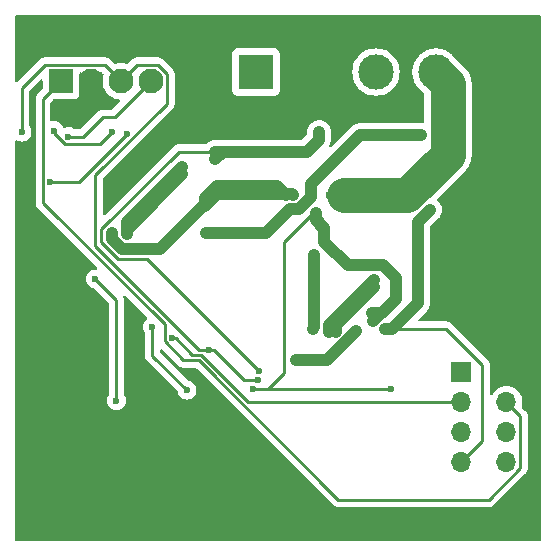
<source format=gbl>
G04 #@! TF.GenerationSoftware,KiCad,Pcbnew,7.0.9*
G04 #@! TF.CreationDate,2023-12-29T07:36:20-06:00*
G04 #@! TF.ProjectId,Sabertoothv2,53616265-7274-46f6-9f74-6876322e6b69,rev?*
G04 #@! TF.SameCoordinates,Original*
G04 #@! TF.FileFunction,Copper,L2,Bot*
G04 #@! TF.FilePolarity,Positive*
%FSLAX46Y46*%
G04 Gerber Fmt 4.6, Leading zero omitted, Abs format (unit mm)*
G04 Created by KiCad (PCBNEW 7.0.9) date 2023-12-29 07:36:20*
%MOMM*%
%LPD*%
G01*
G04 APERTURE LIST*
G04 #@! TA.AperFunction,ComponentPad*
%ADD10R,1.700000X1.700000*%
G04 #@! TD*
G04 #@! TA.AperFunction,ComponentPad*
%ADD11O,1.700000X1.700000*%
G04 #@! TD*
G04 #@! TA.AperFunction,ComponentPad*
%ADD12R,2.100000X2.100000*%
G04 #@! TD*
G04 #@! TA.AperFunction,ComponentPad*
%ADD13C,2.100000*%
G04 #@! TD*
G04 #@! TA.AperFunction,ComponentPad*
%ADD14R,3.000000X3.000000*%
G04 #@! TD*
G04 #@! TA.AperFunction,ComponentPad*
%ADD15C,3.000000*%
G04 #@! TD*
G04 #@! TA.AperFunction,ViaPad*
%ADD16C,0.600000*%
G04 #@! TD*
G04 #@! TA.AperFunction,Conductor*
%ADD17C,0.250000*%
G04 #@! TD*
G04 #@! TA.AperFunction,Conductor*
%ADD18C,1.000000*%
G04 #@! TD*
G04 #@! TA.AperFunction,Conductor*
%ADD19C,3.000000*%
G04 #@! TD*
G04 APERTURE END LIST*
D10*
X92964000Y-51064000D03*
D11*
X92964000Y-53604000D03*
X92964000Y-56144000D03*
X92964000Y-58684000D03*
D12*
X55245000Y-26416000D03*
D13*
X57785000Y-26416000D03*
X60325000Y-26416000D03*
X62865000Y-26416000D03*
D10*
X89154000Y-51054000D03*
D11*
X89154000Y-53594000D03*
X89154000Y-56134000D03*
X89154000Y-58674000D03*
D14*
X71755000Y-25654000D03*
D15*
X76835000Y-25654000D03*
X81915000Y-25654000D03*
X86995000Y-25654000D03*
D16*
X54356000Y-34925000D03*
X60833000Y-30861000D03*
X59944000Y-53467000D03*
X55880000Y-31115000D03*
X58166000Y-43180000D03*
X68199000Y-39243000D03*
X67564000Y-39243000D03*
X65913000Y-52578000D03*
X85725000Y-30988000D03*
X64643000Y-48208000D03*
X62992000Y-47244000D03*
X85090000Y-30988000D03*
X77089000Y-30734000D03*
X72009000Y-50927000D03*
X68326000Y-32385000D03*
X77089000Y-31369000D03*
X68326000Y-33020000D03*
X71501000Y-52451000D03*
X81661000Y-46736000D03*
X81602334Y-46043666D03*
X76835000Y-38207000D03*
X83185000Y-52451000D03*
X76835000Y-37592000D03*
X85979000Y-37846000D03*
X83288972Y-47394028D03*
X86487000Y-37338000D03*
X82677000Y-47417056D03*
X78500000Y-47625000D03*
X81739000Y-43256000D03*
X81739000Y-43856000D03*
X77900000Y-47625000D03*
X59563000Y-39243000D03*
X67437000Y-36322000D03*
X67437000Y-36957000D03*
X74295000Y-36068000D03*
X74930000Y-36068000D03*
X83058000Y-36068000D03*
X79883000Y-36068000D03*
X82423000Y-36068000D03*
X81153000Y-36068000D03*
X79248000Y-36068000D03*
X76573000Y-47371000D03*
X77978000Y-36068000D03*
X76708000Y-41148000D03*
X81788000Y-36068000D03*
X78613000Y-36068000D03*
X80518000Y-36068000D03*
X83693000Y-36068000D03*
X51943000Y-30734000D03*
X67818000Y-49149000D03*
X71967670Y-51725433D03*
X65532000Y-33655000D03*
X65532000Y-34290000D03*
X60833000Y-39370000D03*
X80264000Y-47585000D03*
X75184000Y-50038000D03*
X75819000Y-50038000D03*
X54664500Y-30607000D03*
X59563000Y-30734000D03*
D17*
X54356000Y-34925000D02*
X54483000Y-34925000D01*
X60833000Y-30861000D02*
X56769000Y-34925000D01*
X56769000Y-34925000D02*
X54356000Y-34925000D01*
X57150000Y-31115000D02*
X58801000Y-29464000D01*
X59817000Y-29464000D02*
X62865000Y-26416000D01*
X58166000Y-43180000D02*
X59944000Y-44958000D01*
X58801000Y-29464000D02*
X59817000Y-29464000D01*
X59944000Y-44958000D02*
X59944000Y-53467000D01*
X55880000Y-31115000D02*
X57150000Y-31115000D01*
X62992000Y-49657000D02*
X65913000Y-52578000D01*
X64970604Y-48208000D02*
X66361604Y-49599000D01*
X67125000Y-49599000D02*
X71120000Y-53594000D01*
D18*
X75427056Y-37268000D02*
X74619000Y-37268000D01*
X74619000Y-37268000D02*
X72644000Y-39243000D01*
X80581730Y-30988000D02*
X76444635Y-35125095D01*
X72644000Y-39243000D02*
X68199000Y-39243000D01*
D17*
X66361604Y-49599000D02*
X67125000Y-49599000D01*
X71120000Y-53594000D02*
X89154000Y-53594000D01*
D18*
X68199000Y-39243000D02*
X67564000Y-39243000D01*
X85725000Y-30988000D02*
X80581730Y-30988000D01*
D17*
X64643000Y-48208000D02*
X64970604Y-48208000D01*
D18*
X76444635Y-35125095D02*
X76444635Y-36250421D01*
X76444635Y-36250421D02*
X75427056Y-37268000D01*
D17*
X62992000Y-47244000D02*
X62992000Y-49657000D01*
D18*
X68961000Y-32385000D02*
X68326000Y-32385000D01*
X77089000Y-31369000D02*
X77089000Y-30734000D01*
D17*
X62547000Y-41465000D02*
X60064218Y-41465000D01*
D18*
X68326000Y-33020000D02*
X68961000Y-32385000D01*
X68961000Y-32385000D02*
X76073000Y-32385000D01*
D17*
X72009000Y-50927000D02*
X62547000Y-41465000D01*
D18*
X76073000Y-32385000D02*
X77089000Y-31369000D01*
D17*
X58674000Y-40074782D02*
X58674000Y-38965274D01*
X60064218Y-41465000D02*
X58674000Y-40074782D01*
X58674000Y-38965274D02*
X65254274Y-32385000D01*
X65254274Y-32385000D02*
X68326000Y-32385000D01*
D18*
X77363000Y-38735000D02*
X77450000Y-38735000D01*
X82907972Y-45569972D02*
X82492944Y-45985000D01*
D17*
X74105000Y-51117000D02*
X72771000Y-52451000D01*
X74105000Y-40068000D02*
X74105000Y-51117000D01*
D18*
X77540000Y-38825000D02*
X77540000Y-40011270D01*
X82434278Y-46043666D02*
X82907972Y-45569972D01*
D17*
X71501000Y-52451000D02*
X83185000Y-52451000D01*
D18*
X83636000Y-44841944D02*
X82907972Y-45569972D01*
X83636000Y-43123000D02*
X83636000Y-44841944D01*
X76835000Y-38120000D02*
X76835000Y-38120000D01*
X76835000Y-38207000D02*
X77363000Y-38735000D01*
D17*
X72771000Y-52451000D02*
X71501000Y-52451000D01*
X76835000Y-37592000D02*
X76581000Y-37592000D01*
D18*
X79513730Y-41985000D02*
X82498000Y-41985000D01*
X81661000Y-46736000D02*
X82412000Y-45985000D01*
X77450000Y-38735000D02*
X76835000Y-38120000D01*
X82412000Y-45985000D02*
X82492944Y-45985000D01*
X82498000Y-41985000D02*
X83636000Y-43123000D01*
X76835000Y-38120000D02*
X76835000Y-37592000D01*
D17*
X76581000Y-37592000D02*
X74105000Y-40068000D01*
D18*
X77540000Y-40011270D02*
X79513730Y-41985000D01*
X81602334Y-46043666D02*
X82434278Y-46043666D01*
X77450000Y-38735000D02*
X77540000Y-38825000D01*
D17*
X90932000Y-56896000D02*
X89154000Y-58674000D01*
D18*
X82677000Y-47417056D02*
X83265944Y-47417056D01*
D17*
X87844028Y-47394028D02*
X90932000Y-50482000D01*
D18*
X83265944Y-47417056D02*
X83288972Y-47394028D01*
X85979000Y-37846000D02*
X86487000Y-37338000D01*
D17*
X90932000Y-50482000D02*
X90932000Y-56896000D01*
D18*
X85471000Y-38354000D02*
X85979000Y-37846000D01*
X83288972Y-47394028D02*
X85471000Y-45212000D01*
D17*
X83288972Y-47394028D02*
X87844028Y-47394028D01*
D18*
X85471000Y-45212000D02*
X85471000Y-38354000D01*
X77900000Y-47095000D02*
X81739000Y-43256000D01*
X81739000Y-43856000D02*
X78500000Y-47095000D01*
X78500000Y-47095000D02*
X78500000Y-47625000D01*
X77900000Y-47625000D02*
X77900000Y-47095000D01*
X67437000Y-36830000D02*
X67437000Y-36830000D01*
X59563000Y-39797056D02*
X60405944Y-40640000D01*
X63627000Y-40640000D02*
X67310000Y-36957000D01*
X59563000Y-39243000D02*
X59563000Y-39797056D01*
X67437000Y-36957000D02*
X68453000Y-35941000D01*
X67310000Y-36957000D02*
X67437000Y-36957000D01*
X67437000Y-36322000D02*
X68453000Y-35306000D01*
X67437000Y-36957000D02*
X67437000Y-36322000D01*
X60405944Y-40640000D02*
X63627000Y-40640000D01*
X68453000Y-35941000D02*
X74803000Y-35941000D01*
X74803000Y-35941000D02*
X74930000Y-36068000D01*
X68453000Y-35306000D02*
X73533000Y-35306000D01*
X67437000Y-36322000D02*
X67437000Y-36830000D01*
X73533000Y-35306000D02*
X74295000Y-36068000D01*
X76700000Y-41156000D02*
X76708000Y-41148000D01*
D19*
X88011000Y-32639000D02*
X84582000Y-36068000D01*
X83693000Y-36068000D02*
X79248000Y-36068000D01*
X84582000Y-36068000D02*
X83693000Y-36068000D01*
D18*
X76573000Y-47371000D02*
X76700000Y-47244000D01*
X76700000Y-47244000D02*
X76700000Y-41156000D01*
D19*
X86995000Y-25654000D02*
X88011000Y-26670000D01*
X88011000Y-26670000D02*
X88011000Y-32639000D01*
D17*
X64018000Y-47000000D02*
X53721000Y-36703000D01*
X78738604Y-61849000D02*
X66938604Y-50049000D01*
X64018000Y-48466884D02*
X64018000Y-47000000D01*
X65600116Y-50049000D02*
X64018000Y-48466884D01*
X91460701Y-61849000D02*
X78738604Y-61849000D01*
X53721000Y-27940000D02*
X55245000Y-26416000D01*
X94139000Y-54779000D02*
X94139000Y-59170701D01*
X53721000Y-36703000D02*
X53721000Y-27940000D01*
X92964000Y-53604000D02*
X94139000Y-54779000D01*
X66938604Y-50049000D02*
X65600116Y-50049000D01*
X94139000Y-59170701D02*
X91460701Y-61849000D01*
X53870000Y-25041000D02*
X58950000Y-25041000D01*
X63434544Y-25041000D02*
X61700000Y-25041000D01*
X51943000Y-30734000D02*
X51943000Y-26968000D01*
X61700000Y-25041000D02*
X60325000Y-26416000D01*
X58166000Y-34411884D02*
X64240000Y-28337884D01*
X66929000Y-49149000D02*
X58166000Y-40386000D01*
X67818000Y-49149000D02*
X66929000Y-49149000D01*
X58166000Y-40386000D02*
X58166000Y-34411884D01*
X67818000Y-49149000D02*
X67945000Y-49149000D01*
X68199000Y-49149000D02*
X67818000Y-49149000D01*
X71967670Y-51725433D02*
X70775433Y-51725433D01*
X70775433Y-51725433D02*
X68199000Y-49149000D01*
X58950000Y-25041000D02*
X60325000Y-26416000D01*
X64240000Y-25846456D02*
X63434544Y-25041000D01*
X51943000Y-26968000D02*
X53870000Y-25041000D01*
X64240000Y-28337884D02*
X64240000Y-25846456D01*
D18*
X60833000Y-38989000D02*
X65532000Y-34290000D01*
X60833000Y-38354000D02*
X65532000Y-33655000D01*
X60833000Y-39370000D02*
X60833000Y-38354000D01*
X60833000Y-39370000D02*
X60833000Y-38989000D01*
X80264000Y-47585000D02*
X80237056Y-47585000D01*
X77784056Y-50038000D02*
X75819000Y-50038000D01*
X75819000Y-50038000D02*
X75184000Y-50038000D01*
X80237056Y-47585000D02*
X77784056Y-50038000D01*
D17*
X55621116Y-31740000D02*
X58557000Y-31740000D01*
X58557000Y-31740000D02*
X59563000Y-30734000D01*
X54664500Y-30607000D02*
X54664500Y-30783384D01*
X54664500Y-30783384D02*
X55621116Y-31740000D01*
G04 #@! TA.AperFunction,Conductor*
G36*
X95835539Y-20840185D02*
G01*
X95881294Y-20892989D01*
X95892500Y-20944500D01*
X95892500Y-65259054D01*
X95872815Y-65326093D01*
X95820011Y-65371848D01*
X95768500Y-65383054D01*
X51453946Y-65383054D01*
X51386907Y-65363369D01*
X51341152Y-65310565D01*
X51329946Y-65259054D01*
X51329946Y-31518562D01*
X51349631Y-31451523D01*
X51402435Y-31405768D01*
X51471593Y-31395824D01*
X51519917Y-31413567D01*
X51593478Y-31459789D01*
X51743146Y-31512160D01*
X51763745Y-31519368D01*
X51763750Y-31519369D01*
X51942996Y-31539565D01*
X51943000Y-31539565D01*
X51943004Y-31539565D01*
X52122249Y-31519369D01*
X52122252Y-31519368D01*
X52122255Y-31519368D01*
X52292522Y-31459789D01*
X52445262Y-31363816D01*
X52572816Y-31236262D01*
X52668789Y-31083522D01*
X52728368Y-30913255D01*
X52748565Y-30734000D01*
X52738530Y-30644940D01*
X52728369Y-30554750D01*
X52728368Y-30554745D01*
X52704546Y-30486666D01*
X52668789Y-30384478D01*
X52664460Y-30377589D01*
X52587506Y-30255117D01*
X52568500Y-30189145D01*
X52568500Y-27278451D01*
X52588185Y-27211412D01*
X52604814Y-27190774D01*
X53482819Y-26312769D01*
X53544142Y-26279285D01*
X53613834Y-26284269D01*
X53669767Y-26326141D01*
X53694184Y-26391605D01*
X53694500Y-26400451D01*
X53694500Y-27030546D01*
X53674815Y-27097585D01*
X53658181Y-27118227D01*
X53337208Y-27439199D01*
X53324951Y-27449020D01*
X53325134Y-27449241D01*
X53319123Y-27454213D01*
X53271772Y-27504636D01*
X53250889Y-27525519D01*
X53250877Y-27525532D01*
X53246621Y-27531017D01*
X53242837Y-27535447D01*
X53210937Y-27569418D01*
X53210936Y-27569420D01*
X53201284Y-27586976D01*
X53190610Y-27603226D01*
X53178329Y-27619061D01*
X53178324Y-27619068D01*
X53159815Y-27661838D01*
X53157245Y-27667084D01*
X53134803Y-27707906D01*
X53129822Y-27727307D01*
X53123521Y-27745710D01*
X53115562Y-27764102D01*
X53115561Y-27764105D01*
X53108271Y-27810127D01*
X53107087Y-27815846D01*
X53095501Y-27860972D01*
X53095500Y-27860982D01*
X53095500Y-27881016D01*
X53093973Y-27900415D01*
X53090840Y-27920194D01*
X53090840Y-27920195D01*
X53095225Y-27966583D01*
X53095500Y-27972421D01*
X53095500Y-36620255D01*
X53093775Y-36635872D01*
X53094061Y-36635899D01*
X53093326Y-36643665D01*
X53095500Y-36712814D01*
X53095500Y-36742343D01*
X53095501Y-36742360D01*
X53096368Y-36749231D01*
X53096826Y-36755050D01*
X53098290Y-36801624D01*
X53098291Y-36801627D01*
X53103880Y-36820867D01*
X53107824Y-36839911D01*
X53110336Y-36859791D01*
X53127490Y-36903119D01*
X53129382Y-36908647D01*
X53142381Y-36953388D01*
X53152580Y-36970634D01*
X53161138Y-36988103D01*
X53168514Y-37006732D01*
X53195898Y-37044423D01*
X53199106Y-37049307D01*
X53222827Y-37089416D01*
X53222833Y-37089424D01*
X53236990Y-37103580D01*
X53249628Y-37118376D01*
X53261405Y-37134586D01*
X53261406Y-37134587D01*
X53297309Y-37164288D01*
X53301620Y-37168210D01*
X54554798Y-38421388D01*
X58300673Y-42167264D01*
X58334158Y-42228587D01*
X58329174Y-42298279D01*
X58287302Y-42354212D01*
X58221838Y-42378629D01*
X58199109Y-42378165D01*
X58166004Y-42374435D01*
X58165996Y-42374435D01*
X57986750Y-42394630D01*
X57986745Y-42394631D01*
X57816476Y-42454211D01*
X57663737Y-42550184D01*
X57536184Y-42677737D01*
X57440211Y-42830476D01*
X57380631Y-43000745D01*
X57380630Y-43000750D01*
X57360435Y-43179996D01*
X57360435Y-43180003D01*
X57380630Y-43359249D01*
X57380631Y-43359254D01*
X57440211Y-43529523D01*
X57536184Y-43682262D01*
X57663738Y-43809816D01*
X57816478Y-43905789D01*
X57986745Y-43965368D01*
X58033823Y-43970672D01*
X58098236Y-43997737D01*
X58107621Y-44006211D01*
X59282181Y-45180771D01*
X59315666Y-45242094D01*
X59318500Y-45268452D01*
X59318500Y-52922145D01*
X59299494Y-52988117D01*
X59218211Y-53117476D01*
X59158631Y-53287745D01*
X59158630Y-53287750D01*
X59138435Y-53466996D01*
X59138435Y-53467003D01*
X59158630Y-53646249D01*
X59158631Y-53646254D01*
X59218211Y-53816523D01*
X59295717Y-53939872D01*
X59314184Y-53969262D01*
X59441738Y-54096816D01*
X59594478Y-54192789D01*
X59727070Y-54239185D01*
X59764745Y-54252368D01*
X59764750Y-54252369D01*
X59943996Y-54272565D01*
X59944000Y-54272565D01*
X59944004Y-54272565D01*
X60123249Y-54252369D01*
X60123252Y-54252368D01*
X60123255Y-54252368D01*
X60293522Y-54192789D01*
X60446262Y-54096816D01*
X60573816Y-53969262D01*
X60669789Y-53816522D01*
X60729368Y-53646255D01*
X60749565Y-53467000D01*
X60740164Y-53383565D01*
X60729369Y-53287750D01*
X60729368Y-53287745D01*
X60669789Y-53117478D01*
X60588505Y-52988116D01*
X60569500Y-52922145D01*
X60569500Y-45040742D01*
X60571224Y-45025122D01*
X60570939Y-45025095D01*
X60571673Y-45017333D01*
X60569500Y-44948172D01*
X60569500Y-44918656D01*
X60569500Y-44918650D01*
X60568631Y-44911779D01*
X60568173Y-44905952D01*
X60566710Y-44859373D01*
X60561119Y-44840130D01*
X60557173Y-44821078D01*
X60554664Y-44801208D01*
X60537501Y-44757861D01*
X60535620Y-44752366D01*
X60526971Y-44722593D01*
X60527170Y-44652726D01*
X60565112Y-44594056D01*
X60628751Y-44565212D01*
X60697880Y-44575353D01*
X60733728Y-44600319D01*
X62538143Y-46404734D01*
X62571628Y-46466057D01*
X62566644Y-46535749D01*
X62524772Y-46591682D01*
X62516436Y-46597407D01*
X62489742Y-46614180D01*
X62489737Y-46614184D01*
X62362184Y-46741737D01*
X62266211Y-46894476D01*
X62206631Y-47064745D01*
X62206630Y-47064750D01*
X62186435Y-47243996D01*
X62186435Y-47244003D01*
X62206630Y-47423249D01*
X62206631Y-47423254D01*
X62266211Y-47593524D01*
X62347493Y-47722881D01*
X62366500Y-47788854D01*
X62366500Y-49574255D01*
X62364775Y-49589872D01*
X62365061Y-49589899D01*
X62364326Y-49597665D01*
X62366500Y-49666814D01*
X62366500Y-49696343D01*
X62366501Y-49696360D01*
X62367368Y-49703231D01*
X62367826Y-49709050D01*
X62369290Y-49755624D01*
X62369291Y-49755627D01*
X62374880Y-49774867D01*
X62378824Y-49793911D01*
X62381336Y-49813792D01*
X62394268Y-49846455D01*
X62398490Y-49857119D01*
X62400382Y-49862647D01*
X62413381Y-49907388D01*
X62423580Y-49924634D01*
X62432138Y-49942103D01*
X62439514Y-49960732D01*
X62466898Y-49998423D01*
X62470106Y-50003307D01*
X62493827Y-50043416D01*
X62493833Y-50043424D01*
X62507990Y-50057580D01*
X62520627Y-50072375D01*
X62532406Y-50088587D01*
X62557394Y-50109259D01*
X62568309Y-50118288D01*
X62572620Y-50122210D01*
X64461892Y-52011483D01*
X65086787Y-52636378D01*
X65120272Y-52697701D01*
X65122326Y-52710174D01*
X65127630Y-52757249D01*
X65187210Y-52927521D01*
X65283184Y-53080262D01*
X65410738Y-53207816D01*
X65563478Y-53303789D01*
X65733745Y-53363368D01*
X65733750Y-53363369D01*
X65912996Y-53383565D01*
X65913000Y-53383565D01*
X65913004Y-53383565D01*
X66092249Y-53363369D01*
X66092252Y-53363368D01*
X66092255Y-53363368D01*
X66262522Y-53303789D01*
X66415262Y-53207816D01*
X66542816Y-53080262D01*
X66638789Y-52927522D01*
X66698368Y-52757255D01*
X66701146Y-52732599D01*
X66718565Y-52578003D01*
X66718565Y-52577996D01*
X66698369Y-52398750D01*
X66698368Y-52398745D01*
X66697691Y-52396810D01*
X66638789Y-52228478D01*
X66542816Y-52075738D01*
X66415262Y-51948184D01*
X66262521Y-51852210D01*
X66092249Y-51792630D01*
X66045173Y-51787326D01*
X65980759Y-51760259D01*
X65971377Y-51751787D01*
X63653819Y-49434228D01*
X63620334Y-49372905D01*
X63617500Y-49346547D01*
X63617500Y-49250336D01*
X63637185Y-49183297D01*
X63689989Y-49137542D01*
X63759147Y-49127598D01*
X63822703Y-49156623D01*
X63829178Y-49162653D01*
X64480316Y-49813791D01*
X65099313Y-50432788D01*
X65109138Y-50445051D01*
X65109359Y-50444869D01*
X65114330Y-50450878D01*
X65137020Y-50472185D01*
X65164751Y-50498226D01*
X65185645Y-50519120D01*
X65191127Y-50523373D01*
X65195559Y-50527157D01*
X65229534Y-50559062D01*
X65247092Y-50568714D01*
X65263349Y-50579393D01*
X65279180Y-50591673D01*
X65298853Y-50600186D01*
X65321949Y-50610182D01*
X65327193Y-50612750D01*
X65368024Y-50635197D01*
X65380639Y-50638435D01*
X65387421Y-50640177D01*
X65405835Y-50646481D01*
X65424220Y-50654438D01*
X65470273Y-50661732D01*
X65475942Y-50662906D01*
X65521097Y-50674500D01*
X65541132Y-50674500D01*
X65560529Y-50676026D01*
X65580312Y-50679160D01*
X65626700Y-50674775D01*
X65632538Y-50674500D01*
X66628152Y-50674500D01*
X66695191Y-50694185D01*
X66715833Y-50710819D01*
X78237801Y-62232788D01*
X78247626Y-62245051D01*
X78247847Y-62244869D01*
X78252818Y-62250878D01*
X78273647Y-62270437D01*
X78303239Y-62298226D01*
X78324133Y-62319120D01*
X78329615Y-62323373D01*
X78334047Y-62327157D01*
X78368022Y-62359062D01*
X78385580Y-62368714D01*
X78401837Y-62379393D01*
X78417668Y-62391673D01*
X78437341Y-62400186D01*
X78460437Y-62410182D01*
X78465681Y-62412750D01*
X78506512Y-62435197D01*
X78519127Y-62438435D01*
X78525909Y-62440177D01*
X78544323Y-62446481D01*
X78562708Y-62454438D01*
X78608761Y-62461732D01*
X78614430Y-62462906D01*
X78659585Y-62474500D01*
X78679620Y-62474500D01*
X78699017Y-62476026D01*
X78718800Y-62479160D01*
X78765188Y-62474775D01*
X78771026Y-62474500D01*
X91377958Y-62474500D01*
X91393578Y-62476224D01*
X91393605Y-62475939D01*
X91401361Y-62476671D01*
X91401368Y-62476673D01*
X91470515Y-62474500D01*
X91500051Y-62474500D01*
X91506929Y-62473630D01*
X91512742Y-62473172D01*
X91559328Y-62471709D01*
X91578570Y-62466117D01*
X91597613Y-62462174D01*
X91617493Y-62459664D01*
X91660823Y-62442507D01*
X91666347Y-62440617D01*
X91670097Y-62439527D01*
X91711091Y-62427618D01*
X91728330Y-62417422D01*
X91745804Y-62408862D01*
X91764428Y-62401488D01*
X91764428Y-62401487D01*
X91764433Y-62401486D01*
X91802150Y-62374082D01*
X91807006Y-62370892D01*
X91847121Y-62347170D01*
X91861290Y-62332999D01*
X91876080Y-62320368D01*
X91892288Y-62308594D01*
X91922000Y-62272676D01*
X91925913Y-62268376D01*
X94522786Y-59671503D01*
X94535048Y-59661681D01*
X94534865Y-59661460D01*
X94540867Y-59656493D01*
X94540877Y-59656487D01*
X94588241Y-59606049D01*
X94609120Y-59585171D01*
X94613373Y-59579687D01*
X94617150Y-59575264D01*
X94649062Y-59541283D01*
X94658714Y-59523724D01*
X94669389Y-59507473D01*
X94681674Y-59491637D01*
X94700186Y-59448853D01*
X94702742Y-59443636D01*
X94725197Y-59402793D01*
X94730180Y-59383381D01*
X94736477Y-59364992D01*
X94744438Y-59346596D01*
X94751729Y-59300554D01*
X94752908Y-59294863D01*
X94764500Y-59249720D01*
X94764500Y-59229684D01*
X94766027Y-59210283D01*
X94769160Y-59190505D01*
X94764775Y-59144116D01*
X94764500Y-59138278D01*
X94764500Y-54861742D01*
X94766224Y-54846122D01*
X94765939Y-54846096D01*
X94766671Y-54838340D01*
X94766673Y-54838333D01*
X94764500Y-54769185D01*
X94764500Y-54739650D01*
X94763631Y-54732772D01*
X94763172Y-54726943D01*
X94761709Y-54680372D01*
X94756122Y-54661144D01*
X94752174Y-54642084D01*
X94752152Y-54641912D01*
X94749664Y-54622208D01*
X94749663Y-54622206D01*
X94749663Y-54622204D01*
X94732512Y-54578887D01*
X94730619Y-54573358D01*
X94717618Y-54528609D01*
X94717616Y-54528606D01*
X94707423Y-54511371D01*
X94698861Y-54493894D01*
X94691487Y-54475270D01*
X94691486Y-54475268D01*
X94664079Y-54437545D01*
X94660888Y-54432686D01*
X94637172Y-54392583D01*
X94637165Y-54392574D01*
X94623006Y-54378415D01*
X94610368Y-54363619D01*
X94598594Y-54347413D01*
X94562688Y-54317709D01*
X94558376Y-54313786D01*
X94304237Y-54059647D01*
X94270752Y-53998324D01*
X94272143Y-53939872D01*
X94299063Y-53839408D01*
X94319659Y-53604000D01*
X94299063Y-53368592D01*
X94237903Y-53140337D01*
X94138035Y-52926171D01*
X94130650Y-52915623D01*
X94002494Y-52732597D01*
X93835402Y-52565506D01*
X93835395Y-52565501D01*
X93821119Y-52555505D01*
X93747770Y-52504145D01*
X93641834Y-52429967D01*
X93641830Y-52429965D01*
X93574889Y-52398750D01*
X93427663Y-52330097D01*
X93427659Y-52330096D01*
X93427655Y-52330094D01*
X93199413Y-52268938D01*
X93199403Y-52268936D01*
X92964001Y-52248341D01*
X92963999Y-52248341D01*
X92728596Y-52268936D01*
X92728586Y-52268938D01*
X92500344Y-52330094D01*
X92500335Y-52330098D01*
X92286171Y-52429964D01*
X92286169Y-52429965D01*
X92092597Y-52565505D01*
X91925505Y-52732597D01*
X91789966Y-52926169D01*
X91788884Y-52928043D01*
X91788191Y-52928702D01*
X91786860Y-52930605D01*
X91786477Y-52930337D01*
X91738314Y-52976256D01*
X91669706Y-52989475D01*
X91604843Y-52963503D01*
X91564318Y-52906587D01*
X91557500Y-52866037D01*
X91557500Y-51135889D01*
X92464000Y-51135889D01*
X92504507Y-51273844D01*
X92582239Y-51394798D01*
X92690900Y-51488952D01*
X92821685Y-51548680D01*
X92928237Y-51564000D01*
X92999763Y-51564000D01*
X93106315Y-51548680D01*
X93237100Y-51488952D01*
X93345761Y-51394798D01*
X93423493Y-51273844D01*
X93464000Y-51135889D01*
X93464000Y-50992111D01*
X93423493Y-50854156D01*
X93345761Y-50733202D01*
X93237100Y-50639048D01*
X93106315Y-50579320D01*
X92999763Y-50564000D01*
X92928237Y-50564000D01*
X92821685Y-50579320D01*
X92690900Y-50639048D01*
X92582239Y-50733202D01*
X92504507Y-50854156D01*
X92464000Y-50992111D01*
X92464000Y-51135889D01*
X91557500Y-51135889D01*
X91557500Y-50564742D01*
X91559224Y-50549122D01*
X91558939Y-50549096D01*
X91559671Y-50541340D01*
X91559673Y-50541333D01*
X91557500Y-50472185D01*
X91557500Y-50442650D01*
X91556631Y-50435772D01*
X91556172Y-50429943D01*
X91556008Y-50424738D01*
X91554709Y-50383373D01*
X91549122Y-50364144D01*
X91545174Y-50345084D01*
X91542663Y-50325204D01*
X91525512Y-50281887D01*
X91523619Y-50276358D01*
X91510618Y-50231609D01*
X91510616Y-50231606D01*
X91500423Y-50214371D01*
X91491861Y-50196894D01*
X91484487Y-50178270D01*
X91484486Y-50178268D01*
X91457079Y-50140545D01*
X91453888Y-50135686D01*
X91451394Y-50131469D01*
X91437975Y-50108777D01*
X91430172Y-50095583D01*
X91430165Y-50095574D01*
X91416006Y-50081415D01*
X91403368Y-50066619D01*
X91396801Y-50057580D01*
X91391594Y-50050413D01*
X91355688Y-50020709D01*
X91351376Y-50016786D01*
X88344831Y-47010240D01*
X88335008Y-46997978D01*
X88334787Y-46998162D01*
X88329814Y-46992151D01*
X88279392Y-46944801D01*
X88268947Y-46934356D01*
X88258503Y-46923911D01*
X88253014Y-46919653D01*
X88248589Y-46915875D01*
X88214610Y-46883966D01*
X88214608Y-46883964D01*
X88214605Y-46883963D01*
X88197057Y-46874316D01*
X88180791Y-46863632D01*
X88164961Y-46851353D01*
X88122196Y-46832846D01*
X88116950Y-46830276D01*
X88076121Y-46807831D01*
X88076120Y-46807830D01*
X88056721Y-46802850D01*
X88038309Y-46796546D01*
X88019926Y-46788590D01*
X88019920Y-46788588D01*
X87973902Y-46781300D01*
X87968180Y-46780115D01*
X87923049Y-46768528D01*
X87923047Y-46768528D01*
X87903012Y-46768528D01*
X87883614Y-46767001D01*
X87876190Y-46765825D01*
X87863833Y-46763868D01*
X87863832Y-46763868D01*
X87817444Y-46768253D01*
X87811606Y-46768528D01*
X85628755Y-46768528D01*
X85561716Y-46748843D01*
X85515961Y-46696039D01*
X85506017Y-46626881D01*
X85535042Y-46563325D01*
X85541074Y-46556847D01*
X86169487Y-45928433D01*
X86234050Y-45867062D01*
X86234050Y-45867061D01*
X86234053Y-45867059D01*
X86269112Y-45816686D01*
X86271925Y-45812957D01*
X86310698Y-45765407D01*
X86326607Y-45734948D01*
X86330667Y-45728248D01*
X86350295Y-45700049D01*
X86374492Y-45643660D01*
X86376498Y-45639435D01*
X86404909Y-45585049D01*
X86414360Y-45552015D01*
X86416991Y-45544628D01*
X86430540Y-45513058D01*
X86442893Y-45452940D01*
X86444006Y-45448412D01*
X86460887Y-45389418D01*
X86463495Y-45355155D01*
X86464587Y-45347376D01*
X86471500Y-45313739D01*
X86471500Y-45252401D01*
X86471679Y-45247692D01*
X86476337Y-45186525D01*
X86471997Y-45152441D01*
X86471500Y-45144602D01*
X86471500Y-38819783D01*
X86491185Y-38752744D01*
X86507819Y-38732102D01*
X86860447Y-38379474D01*
X87230340Y-38009581D01*
X87326697Y-37891408D01*
X87420909Y-37711049D01*
X87476886Y-37515418D01*
X87492336Y-37312524D01*
X87466630Y-37110673D01*
X87400816Y-36918128D01*
X87366475Y-36859792D01*
X87297593Y-36742778D01*
X87297592Y-36742777D01*
X87297590Y-36742773D01*
X87161179Y-36591787D01*
X87161178Y-36591786D01*
X87161176Y-36591784D01*
X87119711Y-36561335D01*
X87077327Y-36505789D01*
X87071701Y-36436147D01*
X87104621Y-36374518D01*
X87105304Y-36373828D01*
X89476088Y-34003046D01*
X89526739Y-33952395D01*
X89568347Y-33896811D01*
X89571111Y-33893382D01*
X89616573Y-33840918D01*
X89654119Y-33782492D01*
X89656625Y-33778886D01*
X89698226Y-33723315D01*
X89731494Y-33662387D01*
X89733746Y-33658593D01*
X89771282Y-33600187D01*
X89800120Y-33537040D01*
X89802102Y-33533080D01*
X89832716Y-33477015D01*
X89835367Y-33472161D01*
X89859632Y-33407099D01*
X89861310Y-33403049D01*
X89890156Y-33339889D01*
X89909716Y-33273269D01*
X89911100Y-33269111D01*
X89935369Y-33204046D01*
X89950129Y-33136193D01*
X89951215Y-33131936D01*
X89970775Y-33065323D01*
X89980655Y-32996606D01*
X89981433Y-32992288D01*
X89996196Y-32924428D01*
X90001148Y-32855175D01*
X90001617Y-32850808D01*
X90011500Y-32782079D01*
X90011500Y-32495921D01*
X90011500Y-26598552D01*
X90011500Y-26526921D01*
X90001618Y-26458197D01*
X90001148Y-26453821D01*
X89996196Y-26384572D01*
X89981438Y-26316733D01*
X89980653Y-26312389D01*
X89970775Y-26243678D01*
X89951219Y-26177078D01*
X89950127Y-26172799D01*
X89945430Y-26151205D01*
X89935369Y-26104954D01*
X89911099Y-26039884D01*
X89909713Y-26035718D01*
X89890156Y-25969112D01*
X89877615Y-25941651D01*
X89861321Y-25905970D01*
X89859627Y-25901881D01*
X89835370Y-25836846D01*
X89835369Y-25836844D01*
X89835368Y-25836843D01*
X89835367Y-25836839D01*
X89802092Y-25775901D01*
X89800119Y-25771959D01*
X89771284Y-25708818D01*
X89771281Y-25708812D01*
X89758972Y-25689660D01*
X89733737Y-25650394D01*
X89731509Y-25646638D01*
X89698226Y-25585685D01*
X89656613Y-25530096D01*
X89654116Y-25526500D01*
X89616574Y-25468083D01*
X89571106Y-25415611D01*
X89568337Y-25412173D01*
X89546725Y-25383303D01*
X89526739Y-25356605D01*
X89526734Y-25356600D01*
X89526729Y-25356594D01*
X89324395Y-25154261D01*
X88862943Y-24692809D01*
X88359046Y-24188912D01*
X88333724Y-24163590D01*
X88308404Y-24138269D01*
X88308393Y-24138259D01*
X88252825Y-24096661D01*
X88249378Y-24093884D01*
X88196923Y-24048430D01*
X88196918Y-24048427D01*
X88196917Y-24048426D01*
X88138499Y-24010883D01*
X88134875Y-24008366D01*
X88079315Y-23966774D01*
X88079310Y-23966771D01*
X88079309Y-23966770D01*
X88018396Y-23933509D01*
X88014589Y-23931250D01*
X87956192Y-23893720D01*
X87956182Y-23893715D01*
X87918929Y-23876703D01*
X87893034Y-23864877D01*
X87889104Y-23862910D01*
X87828161Y-23829633D01*
X87828150Y-23829629D01*
X87763117Y-23805372D01*
X87759029Y-23803678D01*
X87695891Y-23774845D01*
X87695877Y-23774841D01*
X87675093Y-23768738D01*
X87629292Y-23755289D01*
X87625092Y-23753891D01*
X87560047Y-23729631D01*
X87560050Y-23729631D01*
X87492205Y-23714873D01*
X87487915Y-23713778D01*
X87421331Y-23694227D01*
X87421318Y-23694224D01*
X87352616Y-23684346D01*
X87348272Y-23683562D01*
X87319415Y-23677285D01*
X87280431Y-23668804D01*
X87211184Y-23663850D01*
X87206784Y-23663377D01*
X87138082Y-23653500D01*
X87138079Y-23653500D01*
X87068662Y-23653500D01*
X87064239Y-23653342D01*
X87032535Y-23651074D01*
X86995001Y-23648390D01*
X86994999Y-23648390D01*
X86957464Y-23651074D01*
X86925760Y-23653342D01*
X86921338Y-23653500D01*
X86851915Y-23653500D01*
X86783213Y-23663377D01*
X86778815Y-23663850D01*
X86709574Y-23668803D01*
X86709570Y-23668804D01*
X86641740Y-23683559D01*
X86637386Y-23684344D01*
X86568683Y-23694224D01*
X86568674Y-23694226D01*
X86502086Y-23713777D01*
X86497798Y-23714871D01*
X86429952Y-23729631D01*
X86429947Y-23729632D01*
X86364914Y-23753888D01*
X86360715Y-23755286D01*
X86294119Y-23774841D01*
X86294115Y-23774842D01*
X86230967Y-23803680D01*
X86226879Y-23805373D01*
X86161846Y-23829629D01*
X86161836Y-23829634D01*
X86100911Y-23862901D01*
X86096953Y-23864882D01*
X86033809Y-23893720D01*
X85975410Y-23931250D01*
X85971605Y-23933507D01*
X85920317Y-23961514D01*
X85910691Y-23966771D01*
X85910680Y-23966777D01*
X85855113Y-24008373D01*
X85851478Y-24010897D01*
X85793083Y-24048425D01*
X85740620Y-24093884D01*
X85737174Y-24096661D01*
X85681609Y-24138257D01*
X85681594Y-24138270D01*
X85632518Y-24187347D01*
X85629278Y-24190364D01*
X85576822Y-24235817D01*
X85531359Y-24288282D01*
X85528344Y-24291520D01*
X85479262Y-24340604D01*
X85479254Y-24340613D01*
X85437661Y-24396174D01*
X85434884Y-24399620D01*
X85389425Y-24452083D01*
X85351897Y-24510478D01*
X85349373Y-24514113D01*
X85307777Y-24569680D01*
X85307776Y-24569682D01*
X85307774Y-24569685D01*
X85307120Y-24570883D01*
X85274507Y-24630605D01*
X85272250Y-24634410D01*
X85234720Y-24692809D01*
X85205882Y-24755953D01*
X85203901Y-24759911D01*
X85170634Y-24820836D01*
X85170629Y-24820846D01*
X85146373Y-24885879D01*
X85144680Y-24889967D01*
X85115842Y-24953115D01*
X85115841Y-24953119D01*
X85096286Y-25019715D01*
X85094888Y-25023914D01*
X85070632Y-25088947D01*
X85070631Y-25088952D01*
X85055871Y-25156798D01*
X85054777Y-25161086D01*
X85035226Y-25227674D01*
X85035224Y-25227683D01*
X85025344Y-25296386D01*
X85024559Y-25300740D01*
X85009804Y-25368570D01*
X85009803Y-25368574D01*
X85004850Y-25437815D01*
X85004377Y-25442213D01*
X84994500Y-25510915D01*
X84994500Y-25580338D01*
X84994342Y-25584762D01*
X84989390Y-25653998D01*
X84989390Y-25654001D01*
X84994342Y-25723236D01*
X84994500Y-25727660D01*
X84994500Y-25797082D01*
X85004377Y-25865784D01*
X85004850Y-25870184D01*
X85009804Y-25939430D01*
X85009804Y-25939433D01*
X85024560Y-26007259D01*
X85025346Y-26011616D01*
X85035224Y-26080318D01*
X85035227Y-26080331D01*
X85054778Y-26146915D01*
X85055873Y-26151205D01*
X85070631Y-26219048D01*
X85094891Y-26284092D01*
X85096289Y-26288292D01*
X85115845Y-26354891D01*
X85144678Y-26418029D01*
X85146372Y-26422117D01*
X85166933Y-26477241D01*
X85170633Y-26487161D01*
X85203910Y-26548104D01*
X85205877Y-26552034D01*
X85217703Y-26577929D01*
X85234715Y-26615182D01*
X85234720Y-26615192D01*
X85272250Y-26673589D01*
X85274509Y-26677396D01*
X85307770Y-26738309D01*
X85307771Y-26738310D01*
X85307774Y-26738315D01*
X85327570Y-26764759D01*
X85349366Y-26793875D01*
X85351883Y-26797499D01*
X85389426Y-26855917D01*
X85389427Y-26855918D01*
X85389430Y-26855923D01*
X85434884Y-26908378D01*
X85437661Y-26911825D01*
X85479259Y-26967393D01*
X85479269Y-26967404D01*
X85504590Y-26992724D01*
X85529912Y-27018046D01*
X85773348Y-27261482D01*
X85974181Y-27462315D01*
X86007666Y-27523638D01*
X86010500Y-27549996D01*
X86010500Y-29873188D01*
X85990815Y-29940227D01*
X85938011Y-29985982D01*
X85868853Y-29995926D01*
X85861543Y-29994650D01*
X85826746Y-29987500D01*
X85826741Y-29987500D01*
X80594447Y-29987500D01*
X80505367Y-29985243D01*
X80505358Y-29985243D01*
X80452878Y-29994650D01*
X80444984Y-29996064D01*
X80440325Y-29996718D01*
X80379294Y-30002925D01*
X80379292Y-30002926D01*
X80346510Y-30013210D01*
X80338886Y-30015081D01*
X80331051Y-30016486D01*
X80305079Y-30021141D01*
X80248111Y-30043895D01*
X80243675Y-30045474D01*
X80185144Y-30063840D01*
X80185140Y-30063842D01*
X80155108Y-30080510D01*
X80148014Y-30083879D01*
X80116110Y-30096624D01*
X80064897Y-30130375D01*
X80060869Y-30132815D01*
X80007232Y-30162588D01*
X80007229Y-30162590D01*
X79981159Y-30184969D01*
X79974890Y-30189696D01*
X79946215Y-30208595D01*
X79946211Y-30208598D01*
X79902846Y-30251962D01*
X79899392Y-30255163D01*
X79852833Y-30295135D01*
X79831806Y-30322300D01*
X79826614Y-30328194D01*
X78176502Y-31978305D01*
X78115179Y-32011790D01*
X78045487Y-32006806D01*
X77989554Y-31964934D01*
X77965137Y-31899470D01*
X77974869Y-31841728D01*
X77992492Y-31800661D01*
X77994498Y-31796435D01*
X78022909Y-31742049D01*
X78032360Y-31709015D01*
X78034991Y-31701628D01*
X78048540Y-31670058D01*
X78060893Y-31609940D01*
X78062006Y-31605412D01*
X78078887Y-31546418D01*
X78081495Y-31512155D01*
X78082587Y-31504376D01*
X78089500Y-31470739D01*
X78089500Y-31409401D01*
X78089679Y-31404692D01*
X78094337Y-31343526D01*
X78089997Y-31309442D01*
X78089500Y-31301603D01*
X78089500Y-30683256D01*
X78074074Y-30531560D01*
X78013162Y-30337420D01*
X78013160Y-30337416D01*
X78013159Y-30337412D01*
X77914409Y-30159498D01*
X77914408Y-30159497D01*
X77914407Y-30159495D01*
X77781867Y-30005106D01*
X77781865Y-30005104D01*
X77620962Y-29880554D01*
X77620959Y-29880553D01*
X77620958Y-29880552D01*
X77438271Y-29790940D01*
X77241285Y-29739937D01*
X77241287Y-29739937D01*
X77105804Y-29733066D01*
X77038064Y-29729631D01*
X77038063Y-29729631D01*
X77038061Y-29729631D01*
X76836936Y-29760442D01*
X76836924Y-29760445D01*
X76646118Y-29831111D01*
X76646111Y-29831115D01*
X76473432Y-29938745D01*
X76473427Y-29938749D01*
X76325949Y-30078938D01*
X76325948Y-30078940D01*
X76209705Y-30245949D01*
X76129459Y-30432943D01*
X76088500Y-30632258D01*
X76088500Y-30903217D01*
X76068815Y-30970256D01*
X76052181Y-30990898D01*
X75694899Y-31348181D01*
X75633576Y-31381666D01*
X75607218Y-31384500D01*
X68973716Y-31384500D01*
X68884640Y-31382242D01*
X68884638Y-31382242D01*
X68882895Y-31382555D01*
X68861021Y-31384500D01*
X68275257Y-31384500D01*
X68123560Y-31399925D01*
X67929420Y-31460837D01*
X67929405Y-31460844D01*
X67751500Y-31559589D01*
X67751495Y-31559592D01*
X67597106Y-31692132D01*
X67582189Y-31711403D01*
X67525586Y-31752366D01*
X67484134Y-31759500D01*
X65337017Y-31759500D01*
X65321396Y-31757775D01*
X65321369Y-31758061D01*
X65313607Y-31757326D01*
X65244446Y-31759500D01*
X65214923Y-31759500D01*
X65208052Y-31760367D01*
X65202233Y-31760825D01*
X65155648Y-31762289D01*
X65155642Y-31762290D01*
X65136400Y-31767880D01*
X65117361Y-31771823D01*
X65097491Y-31774334D01*
X65097477Y-31774337D01*
X65054157Y-31791488D01*
X65048632Y-31793380D01*
X65003887Y-31806380D01*
X65003884Y-31806381D01*
X64986640Y-31816579D01*
X64969179Y-31825133D01*
X64950548Y-31832510D01*
X64950536Y-31832517D01*
X64912844Y-31859902D01*
X64907961Y-31863109D01*
X64867854Y-31886829D01*
X64853688Y-31900995D01*
X64838898Y-31913627D01*
X64822688Y-31925404D01*
X64822685Y-31925407D01*
X64792984Y-31961309D01*
X64789051Y-31965631D01*
X59003181Y-37751502D01*
X58941858Y-37784987D01*
X58872166Y-37780003D01*
X58816233Y-37738131D01*
X58791816Y-37672667D01*
X58791500Y-37663821D01*
X58791500Y-34722336D01*
X58811185Y-34655297D01*
X58827819Y-34634655D01*
X61720428Y-31742046D01*
X64623788Y-28838685D01*
X64636042Y-28828870D01*
X64635859Y-28828648D01*
X64641866Y-28823676D01*
X64641877Y-28823670D01*
X64672775Y-28790766D01*
X64689227Y-28773248D01*
X64699671Y-28762802D01*
X64710120Y-28752355D01*
X64714379Y-28746862D01*
X64718152Y-28742445D01*
X64750062Y-28708466D01*
X64759713Y-28690908D01*
X64770396Y-28674645D01*
X64782673Y-28658820D01*
X64801185Y-28616037D01*
X64803738Y-28610825D01*
X64826197Y-28569976D01*
X64831180Y-28550564D01*
X64837481Y-28532164D01*
X64845437Y-28513780D01*
X64852729Y-28467736D01*
X64853906Y-28462055D01*
X64865500Y-28416903D01*
X64865500Y-28396867D01*
X64867027Y-28377466D01*
X64870160Y-28357688D01*
X64865775Y-28311299D01*
X64865500Y-28305461D01*
X64865500Y-27201870D01*
X69754500Y-27201870D01*
X69754501Y-27201876D01*
X69760908Y-27261483D01*
X69811202Y-27396328D01*
X69811206Y-27396335D01*
X69897452Y-27511544D01*
X69897455Y-27511547D01*
X70012664Y-27597793D01*
X70012671Y-27597797D01*
X70147517Y-27648091D01*
X70147516Y-27648091D01*
X70154444Y-27648835D01*
X70207127Y-27654500D01*
X73302872Y-27654499D01*
X73362483Y-27648091D01*
X73497331Y-27597796D01*
X73612546Y-27511546D01*
X73698796Y-27396331D01*
X73749091Y-27261483D01*
X73755500Y-27201873D01*
X73755500Y-25698491D01*
X76071121Y-25698491D01*
X76101971Y-25873454D01*
X76172340Y-26036587D01*
X76278433Y-26179094D01*
X76414530Y-26293294D01*
X76573295Y-26373028D01*
X76746169Y-26414000D01*
X76879267Y-26414000D01*
X77011461Y-26398549D01*
X77178409Y-26337784D01*
X77326844Y-26240157D01*
X77448764Y-26110930D01*
X77537595Y-25957070D01*
X77588549Y-25786871D01*
X77596288Y-25654001D01*
X79909390Y-25654001D01*
X79929804Y-25939433D01*
X79990628Y-26219037D01*
X79990630Y-26219043D01*
X79990631Y-26219046D01*
X80058292Y-26400451D01*
X80090635Y-26487166D01*
X80227770Y-26738309D01*
X80227775Y-26738317D01*
X80399254Y-26967387D01*
X80399270Y-26967405D01*
X80601594Y-27169729D01*
X80601612Y-27169745D01*
X80830682Y-27341224D01*
X80830690Y-27341229D01*
X81081833Y-27478364D01*
X81081832Y-27478364D01*
X81081836Y-27478365D01*
X81081839Y-27478367D01*
X81349954Y-27578369D01*
X81349960Y-27578370D01*
X81349962Y-27578371D01*
X81629566Y-27639195D01*
X81629568Y-27639195D01*
X81629572Y-27639196D01*
X81883220Y-27657337D01*
X81914999Y-27659610D01*
X81915000Y-27659610D01*
X81915001Y-27659610D01*
X81943595Y-27657564D01*
X82200428Y-27639196D01*
X82292956Y-27619068D01*
X82480037Y-27578371D01*
X82480037Y-27578370D01*
X82480046Y-27578369D01*
X82748161Y-27478367D01*
X82999315Y-27341226D01*
X83228395Y-27169739D01*
X83430739Y-26967395D01*
X83602226Y-26738315D01*
X83739367Y-26487161D01*
X83839369Y-26219046D01*
X83869545Y-26080331D01*
X83900195Y-25939433D01*
X83900195Y-25939432D01*
X83900196Y-25939428D01*
X83920610Y-25654000D01*
X83919867Y-25643618D01*
X83915234Y-25578827D01*
X83900196Y-25368572D01*
X83897590Y-25356594D01*
X83839371Y-25088962D01*
X83839370Y-25088960D01*
X83839369Y-25088954D01*
X83739367Y-24820839D01*
X83705039Y-24757973D01*
X83602229Y-24569690D01*
X83602224Y-24569682D01*
X83430745Y-24340612D01*
X83430729Y-24340594D01*
X83228405Y-24138270D01*
X83228387Y-24138254D01*
X82999317Y-23966775D01*
X82999309Y-23966770D01*
X82748166Y-23829635D01*
X82748167Y-23829635D01*
X82601258Y-23774841D01*
X82480046Y-23729631D01*
X82480043Y-23729630D01*
X82480037Y-23729628D01*
X82200433Y-23668804D01*
X81915001Y-23648390D01*
X81914999Y-23648390D01*
X81629566Y-23668804D01*
X81349962Y-23729628D01*
X81081833Y-23829635D01*
X80830690Y-23966770D01*
X80830682Y-23966775D01*
X80601612Y-24138254D01*
X80601594Y-24138270D01*
X80399270Y-24340594D01*
X80399254Y-24340612D01*
X80227775Y-24569682D01*
X80227770Y-24569690D01*
X80090635Y-24820833D01*
X79990628Y-25088962D01*
X79929804Y-25368566D01*
X79909390Y-25653998D01*
X79909390Y-25654001D01*
X77596288Y-25654001D01*
X77598879Y-25609509D01*
X77568029Y-25434546D01*
X77497660Y-25271413D01*
X77391567Y-25128906D01*
X77255470Y-25014706D01*
X77096705Y-24934972D01*
X76923831Y-24894000D01*
X76790733Y-24894000D01*
X76658539Y-24909451D01*
X76491591Y-24970216D01*
X76343156Y-25067843D01*
X76221236Y-25197070D01*
X76132405Y-25350930D01*
X76081451Y-25521129D01*
X76071121Y-25698491D01*
X73755500Y-25698491D01*
X73755499Y-24106128D01*
X73749091Y-24046517D01*
X73734864Y-24008373D01*
X73698797Y-23911671D01*
X73698793Y-23911664D01*
X73612547Y-23796455D01*
X73612544Y-23796452D01*
X73497335Y-23710206D01*
X73497328Y-23710202D01*
X73362482Y-23659908D01*
X73362483Y-23659908D01*
X73302883Y-23653501D01*
X73302881Y-23653500D01*
X73302873Y-23653500D01*
X73302864Y-23653500D01*
X70207129Y-23653500D01*
X70207123Y-23653501D01*
X70147516Y-23659908D01*
X70012671Y-23710202D01*
X70012664Y-23710206D01*
X69897455Y-23796452D01*
X69897452Y-23796455D01*
X69811206Y-23911664D01*
X69811202Y-23911671D01*
X69760908Y-24046517D01*
X69754501Y-24106116D01*
X69754501Y-24106123D01*
X69754500Y-24106135D01*
X69754500Y-27201870D01*
X64865500Y-27201870D01*
X64865500Y-25929198D01*
X64867224Y-25913578D01*
X64866939Y-25913552D01*
X64867671Y-25905796D01*
X64867673Y-25905789D01*
X64865500Y-25836641D01*
X64865500Y-25807106D01*
X64864631Y-25800228D01*
X64864172Y-25794399D01*
X64862709Y-25747828D01*
X64857122Y-25728600D01*
X64853174Y-25709540D01*
X64853083Y-25708818D01*
X64850664Y-25689664D01*
X64850663Y-25689662D01*
X64850663Y-25689660D01*
X64833512Y-25646343D01*
X64831619Y-25640814D01*
X64818618Y-25596065D01*
X64818616Y-25596062D01*
X64808423Y-25578827D01*
X64799861Y-25561350D01*
X64792487Y-25542726D01*
X64792486Y-25542724D01*
X64765079Y-25505001D01*
X64761888Y-25500142D01*
X64738172Y-25460039D01*
X64738165Y-25460030D01*
X64724006Y-25445871D01*
X64711368Y-25431075D01*
X64699594Y-25414869D01*
X64698478Y-25413946D01*
X64663688Y-25385165D01*
X64659376Y-25381242D01*
X63935347Y-24657212D01*
X63925524Y-24644950D01*
X63925303Y-24645134D01*
X63920330Y-24639123D01*
X63901703Y-24621631D01*
X63869908Y-24591773D01*
X63859463Y-24581328D01*
X63849019Y-24570883D01*
X63843530Y-24566625D01*
X63839105Y-24562847D01*
X63805126Y-24530938D01*
X63805124Y-24530936D01*
X63805121Y-24530935D01*
X63787573Y-24521288D01*
X63771307Y-24510604D01*
X63755477Y-24498325D01*
X63712712Y-24479818D01*
X63707466Y-24477248D01*
X63666637Y-24454803D01*
X63666636Y-24454802D01*
X63647237Y-24449822D01*
X63628825Y-24443518D01*
X63610442Y-24435562D01*
X63610436Y-24435560D01*
X63564418Y-24428272D01*
X63558696Y-24427087D01*
X63513565Y-24415500D01*
X63513563Y-24415500D01*
X63493528Y-24415500D01*
X63474130Y-24413973D01*
X63466706Y-24412797D01*
X63454349Y-24410840D01*
X63454348Y-24410840D01*
X63407960Y-24415225D01*
X63402122Y-24415500D01*
X61782743Y-24415500D01*
X61767122Y-24413775D01*
X61767095Y-24414061D01*
X61759333Y-24413326D01*
X61690172Y-24415500D01*
X61660649Y-24415500D01*
X61653778Y-24416367D01*
X61647959Y-24416825D01*
X61601374Y-24418289D01*
X61601368Y-24418290D01*
X61582126Y-24423880D01*
X61563087Y-24427823D01*
X61543217Y-24430334D01*
X61543203Y-24430337D01*
X61499883Y-24447488D01*
X61494358Y-24449380D01*
X61449613Y-24462380D01*
X61449610Y-24462381D01*
X61432366Y-24472579D01*
X61414905Y-24481133D01*
X61396274Y-24488510D01*
X61396262Y-24488517D01*
X61358570Y-24515902D01*
X61353687Y-24519109D01*
X61313580Y-24542829D01*
X61299414Y-24556995D01*
X61284624Y-24569627D01*
X61268414Y-24581404D01*
X61268411Y-24581407D01*
X61238710Y-24617309D01*
X61234777Y-24621631D01*
X60944786Y-24911621D01*
X60883463Y-24945106D01*
X60813771Y-24940122D01*
X60809655Y-24938502D01*
X60805622Y-24936831D01*
X60805615Y-24936829D01*
X60805613Y-24936828D01*
X60805612Y-24936828D01*
X60568302Y-24879854D01*
X60568300Y-24879853D01*
X60568297Y-24879853D01*
X60325000Y-24860706D01*
X60081701Y-24879853D01*
X59844387Y-24936827D01*
X59844385Y-24936828D01*
X59840334Y-24938506D01*
X59770864Y-24945967D01*
X59708388Y-24914686D01*
X59705212Y-24911621D01*
X59450803Y-24657212D01*
X59440980Y-24644950D01*
X59440759Y-24645134D01*
X59435786Y-24639123D01*
X59417159Y-24621631D01*
X59385364Y-24591773D01*
X59374919Y-24581328D01*
X59364475Y-24570883D01*
X59358986Y-24566625D01*
X59354561Y-24562847D01*
X59320582Y-24530938D01*
X59320580Y-24530936D01*
X59320577Y-24530935D01*
X59303029Y-24521288D01*
X59286763Y-24510604D01*
X59270933Y-24498325D01*
X59228168Y-24479818D01*
X59222922Y-24477248D01*
X59182093Y-24454803D01*
X59182092Y-24454802D01*
X59162693Y-24449822D01*
X59144281Y-24443518D01*
X59125898Y-24435562D01*
X59125892Y-24435560D01*
X59079874Y-24428272D01*
X59074152Y-24427087D01*
X59029021Y-24415500D01*
X59029019Y-24415500D01*
X59008984Y-24415500D01*
X58989586Y-24413973D01*
X58982162Y-24412797D01*
X58969805Y-24410840D01*
X58969804Y-24410840D01*
X58923416Y-24415225D01*
X58917578Y-24415500D01*
X53952743Y-24415500D01*
X53937122Y-24413775D01*
X53937095Y-24414061D01*
X53929333Y-24413326D01*
X53860172Y-24415500D01*
X53830649Y-24415500D01*
X53823778Y-24416367D01*
X53817959Y-24416825D01*
X53771374Y-24418289D01*
X53771368Y-24418290D01*
X53752126Y-24423880D01*
X53733087Y-24427823D01*
X53713217Y-24430334D01*
X53713203Y-24430337D01*
X53669883Y-24447488D01*
X53664358Y-24449380D01*
X53619613Y-24462380D01*
X53619610Y-24462381D01*
X53602366Y-24472579D01*
X53584905Y-24481133D01*
X53566274Y-24488510D01*
X53566262Y-24488517D01*
X53528570Y-24515902D01*
X53523687Y-24519109D01*
X53483580Y-24542829D01*
X53469414Y-24556995D01*
X53454624Y-24569627D01*
X53438414Y-24581404D01*
X53438411Y-24581407D01*
X53408710Y-24617309D01*
X53404777Y-24621631D01*
X51559208Y-26467199D01*
X51546951Y-26477020D01*
X51547134Y-26477241D01*
X51535116Y-26487184D01*
X51533462Y-26485185D01*
X51484073Y-26514190D01*
X51414260Y-26511384D01*
X51357047Y-26471279D01*
X51330598Y-26406608D01*
X51329946Y-26393906D01*
X51329946Y-20944500D01*
X51349631Y-20877461D01*
X51402435Y-20831706D01*
X51453946Y-20820500D01*
X95768500Y-20820500D01*
X95835539Y-20840185D01*
G37*
G04 #@! TD.AperFunction*
G04 #@! TA.AperFunction,Conductor*
G36*
X58536101Y-25686185D02*
G01*
X58556743Y-25702819D01*
X58563939Y-25710015D01*
X58565896Y-25708243D01*
X58628788Y-25677807D01*
X58698152Y-25686206D01*
X58736850Y-25712440D01*
X58820622Y-25796212D01*
X58854107Y-25857535D01*
X58849123Y-25927227D01*
X58847504Y-25931341D01*
X58845827Y-25935388D01*
X58788853Y-26172701D01*
X58769706Y-26416000D01*
X58788853Y-26659297D01*
X58788853Y-26659300D01*
X58788854Y-26659302D01*
X58844324Y-26890349D01*
X58845830Y-26896619D01*
X58939222Y-27122089D01*
X59066737Y-27330173D01*
X59066738Y-27330176D01*
X59120449Y-27393063D01*
X59225241Y-27515759D01*
X59346196Y-27619064D01*
X59410823Y-27674261D01*
X59410826Y-27674262D01*
X59618910Y-27801777D01*
X59844381Y-27895169D01*
X59844378Y-27895169D01*
X59844384Y-27895170D01*
X59844388Y-27895172D01*
X60081698Y-27952146D01*
X60149662Y-27957494D01*
X60214949Y-27982377D01*
X60256421Y-28038607D01*
X60260908Y-28108333D01*
X60227614Y-28168793D01*
X59594228Y-28802181D01*
X59532905Y-28835666D01*
X59506547Y-28838500D01*
X58883743Y-28838500D01*
X58868122Y-28836775D01*
X58868095Y-28837061D01*
X58860333Y-28836326D01*
X58791172Y-28838500D01*
X58761649Y-28838500D01*
X58754778Y-28839367D01*
X58748959Y-28839825D01*
X58702374Y-28841289D01*
X58702368Y-28841290D01*
X58683126Y-28846880D01*
X58664087Y-28850823D01*
X58644217Y-28853334D01*
X58644203Y-28853337D01*
X58600883Y-28870488D01*
X58595358Y-28872380D01*
X58550613Y-28885380D01*
X58550610Y-28885381D01*
X58533366Y-28895579D01*
X58515905Y-28904133D01*
X58497274Y-28911510D01*
X58497262Y-28911517D01*
X58459570Y-28938902D01*
X58454687Y-28942109D01*
X58414580Y-28965829D01*
X58400414Y-28979995D01*
X58385624Y-28992627D01*
X58369414Y-29004404D01*
X58369411Y-29004407D01*
X58339710Y-29040309D01*
X58335777Y-29044631D01*
X56927228Y-30453181D01*
X56865905Y-30486666D01*
X56839547Y-30489500D01*
X56424855Y-30489500D01*
X56358883Y-30470494D01*
X56229523Y-30389211D01*
X56059254Y-30329631D01*
X56059249Y-30329630D01*
X55880004Y-30309435D01*
X55879996Y-30309435D01*
X55700750Y-30329630D01*
X55700742Y-30329632D01*
X55563689Y-30377589D01*
X55493910Y-30381150D01*
X55433283Y-30346421D01*
X55405693Y-30301500D01*
X55390290Y-30257479D01*
X55294315Y-30104737D01*
X55166762Y-29977184D01*
X55014023Y-29881211D01*
X54843754Y-29821631D01*
X54843749Y-29821630D01*
X54664504Y-29801435D01*
X54664496Y-29801435D01*
X54484383Y-29821728D01*
X54415561Y-29809673D01*
X54364182Y-29762324D01*
X54346500Y-29698508D01*
X54346500Y-28250451D01*
X54366185Y-28183412D01*
X54382815Y-28162774D01*
X54542771Y-28002817D01*
X54604094Y-27969333D01*
X54630452Y-27966499D01*
X56342871Y-27966499D01*
X56342872Y-27966499D01*
X56402483Y-27960091D01*
X56537331Y-27909796D01*
X56652546Y-27823546D01*
X56738796Y-27708331D01*
X56789091Y-27573483D01*
X56795500Y-27513873D01*
X56795499Y-26453886D01*
X57231123Y-26453886D01*
X57261884Y-26601915D01*
X57331442Y-26736156D01*
X57434638Y-26846652D01*
X57563819Y-26925209D01*
X57709404Y-26966000D01*
X57822622Y-26966000D01*
X57934783Y-26950584D01*
X58073458Y-26890349D01*
X58190739Y-26794934D01*
X58277928Y-26671415D01*
X58328559Y-26528953D01*
X58338877Y-26378114D01*
X58308116Y-26230085D01*
X58238558Y-26095844D01*
X58135362Y-25985348D01*
X58006181Y-25906791D01*
X57860596Y-25866000D01*
X57747378Y-25866000D01*
X57635217Y-25881416D01*
X57496542Y-25941651D01*
X57379261Y-26037066D01*
X57292072Y-26160585D01*
X57241441Y-26303047D01*
X57231123Y-26453886D01*
X56795499Y-26453886D01*
X56795499Y-25798914D01*
X56815184Y-25731876D01*
X56867987Y-25686121D01*
X56937146Y-25676177D01*
X57000702Y-25705202D01*
X57002773Y-25707038D01*
X57006058Y-25710015D01*
X57013256Y-25702818D01*
X57074580Y-25669334D01*
X57100937Y-25666500D01*
X58469062Y-25666500D01*
X58536101Y-25686185D01*
G37*
G04 #@! TD.AperFunction*
M02*

</source>
